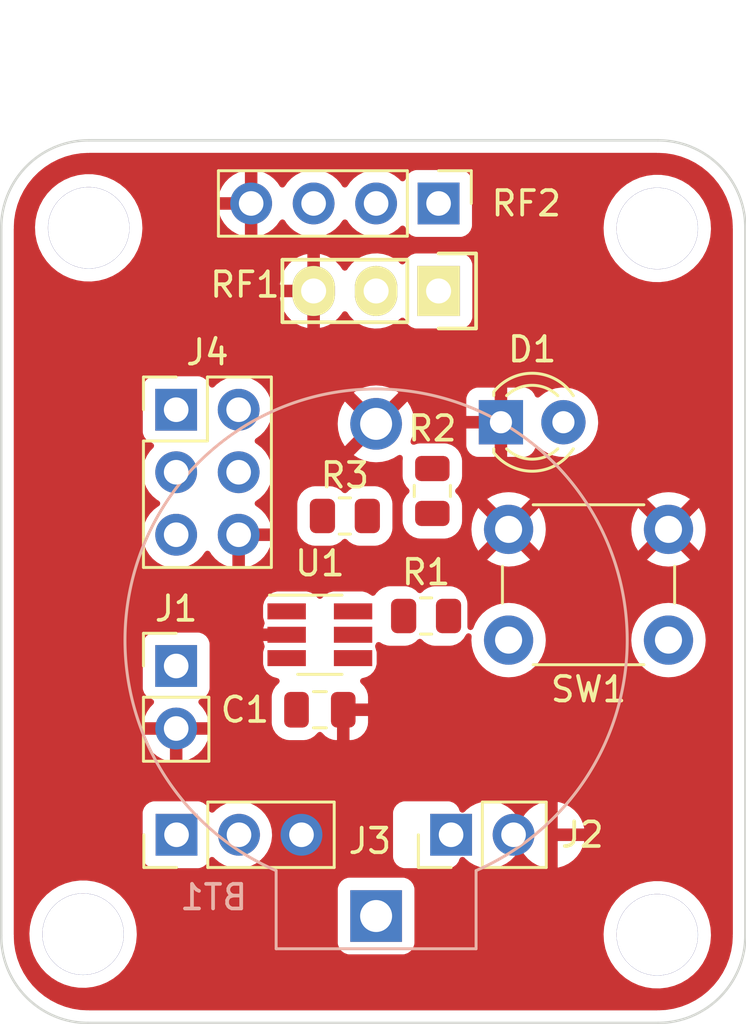
<source format=kicad_pcb>
(kicad_pcb (version 20211014) (generator pcbnew)
  (layers (0 "F.Cu" signal) (31 "B.Cu" signal) (34 "B.Paste" user) (35 "F.Paste" user) (36 "B.SilkS" user "B.Silkscreen") (37 "F.SilkS" user "F.Silkscreen") (38 "B.Mask" user) (39 "F.Mask" user) (44 "Edge.Cuts" user))
  (net 0 "")
  (net 1 "+3V3")
  (net 2 "GND")
  (net 3 "Net-(D1-Pad2)")
  (net 4 "Net-(J2-Pad1)")
  (net 5 "Net-(J2-Pad2)")
  (net 7 "Net-(J4-Pad3)")
  (net 8 "Net-(J4-Pad4)")
  (net 9 "Net-(J4-Pad5)")
  (footprint "Connector_PinHeader_2.54mm:PinHeader_1x02_P2.54mm_Vertical" (layer "F.Cu") (at 191.008 103.378 90)
    (property "Reference" "J1")
    (property "Value" "Conn_01x02")
    (fp_text reference "J2" (at 0 5.339 180) (layer "F.SilkS"))
    (fp_text value "Conn_01x02")
    (fp_line (start 1.33 1.27) (end 1.33 3.87) (layer "F.SilkS") (width 0.12))
    (fp_line (start -1.33 0) (end -1.33 -1.33) (layer "F.SilkS") (width 0.12))
    (fp_line (start -1.33 -1.33) (end 0 -1.33) (layer "F.SilkS") (width 0.12))
    (fp_line (start -1.33 1.27) (end -1.33 3.87) (layer "F.SilkS") (width 0.12))
    (fp_line (start -1.33 3.87) (end 1.33 3.87) (layer "F.SilkS") (width 0.12))
    (fp_line (start -1.33 1.27) (end 1.33 1.27) (layer "F.SilkS") (width 0.12))
    (pad "1" thru_hole rect (at 0 0 90) (size 1.7 1.7) (drill 1) (layers *.Cu *.Mask) (net 4 "Net-(J2-Pad1)"))
    (pad "2" thru_hole oval (at 0 2.54 90) (size 1.7 1.7) (drill 1) (layers *.Cu *.Mask) (net 5 "Net-(J2-Pad2)"))
  )
  (footprint "Resistor_SMD:R_0805_2012Metric" (layer "F.Cu") (at 189.992 94.488 180)
    (property "Reference" "R?")
    (property "Value" "4.7K")
    (fp_text reference "R1" (at 0 1.778) (layer "F.SilkS"))
    (fp_text value "4.7K")
    (fp_line (start -0.227064 0.735) (end 0.227064 0.735) (layer "F.SilkS") (width 0.12))
    (fp_line (start -0.227064 -0.735) (end 0.227064 -0.735) (layer "F.SilkS") (width 0.12))
    (pad "1" smd roundrect (at -0.9125 0 180) (size 1.025 1.4) (layers "F.Cu" "F.Paste" "F.Mask") (roundrect_rratio 0.243902) (net 5 "Net-(J2-Pad2)"))
    (pad "2" smd roundrect (at 0.9125 0 180) (size 1.025 1.4) (layers "F.Cu" "F.Paste" "F.Mask") (roundrect_rratio 0.243902) (net 1 "+3V3"))
  )
  (footprint "LED_THT:LED_D3.0mm" (layer "F.Cu") (at 193.035 86.614)
    (property "Reference" "D1")
    (property "Value" "SFH4346")
    (fp_text reference "D1" (at 1.27 -2.96) (layer "F.SilkS"))
    (fp_text value "1")
    (fp_line (start -0.29 1.08) (end -0.29 1.236) (layer "F.SilkS") (width 0.12))
    (fp_line (start -0.29 -1.236) (end -0.29 -1.08) (layer "F.SilkS") (width 0.12))
    (fp_arc (start -0.29 -1.235516) (mid 1.366487 -1.987659) (end 2.942335 -1.078608) (layer "F.SilkS") (width 0.12))
    (fp_arc (start 2.942335 1.078608) (mid 1.366487 1.987659) (end -0.29 1.235516) (layer "F.SilkS") (width 0.12))
    (fp_arc (start 0.229039 -1.08) (mid 1.270117 -1.5) (end 2.31113 -1.079837) (layer "F.SilkS") (width 0.12))
    (fp_arc (start 2.31113 1.079837) (mid 1.270117 1.5) (end 0.229039 1.08) (layer "F.SilkS") (width 0.12))
    (pad "1" thru_hole rect (at 0 0) (size 1.8 1.8) (drill 0.9) (layers *.Cu *.Mask) (net 2 "GND"))
    (pad "2" thru_hole circle (at 2.54 0) (size 1.8 1.8) (drill 0.9) (layers *.Cu *.Mask) (net 3 "Net-(D1-Pad2)"))
  )
  (footprint "Connector_PinHeader_2.54mm:PinHeader_2x03_P2.54mm_Vertical" (layer "F.Cu") (at 179.832 86.106)
    (property "Reference" "J?")
    (property "Value" "AVR-ISP-6")
    (fp_text reference "J4" (at 1.27 -2.33) (layer "F.SilkS"))
    (fp_text value "AVR-ISP-6")
    (fp_line (start -1.33 1.27) (end -1.33 6.41) (layer "F.SilkS") (width 0.12))
    (fp_line (start -1.33 -1.33) (end 0 -1.33) (layer "F.SilkS") (width 0.12))
    (fp_line (start -1.33 1.27) (end 1.27 1.27) (layer "F.SilkS") (width 0.12))
    (fp_line (start 3.87 -1.33) (end 3.87 6.41) (layer "F.SilkS") (width 0.12))
    (fp_line (start -1.33 6.41) (end 3.87 6.41) (layer "F.SilkS") (width 0.12))
    (fp_line (start 1.27 1.27) (end 1.27 -1.33) (layer "F.SilkS") (width 0.12))
    (fp_line (start 1.27 -1.33) (end 3.87 -1.33) (layer "F.SilkS") (width 0.12))
    (fp_line (start -1.33 0) (end -1.33 -1.33) (layer "F.SilkS") (width 0.12))
    (pad "1" thru_hole rect (at 0 0) (size 1.7 1.7) (drill 1) (layers *.Cu *.Mask))
    (pad "2" thru_hole oval (at 2.54 0) (size 1.7 1.7) (drill 1) (layers *.Cu *.Mask) (net 1 "+3V3"))
    (pad "3" thru_hole oval (at 0 2.54) (size 1.7 1.7) (drill 1) (layers *.Cu *.Mask) (net 7 "Net-(J4-Pad3)"))
    (pad "4" thru_hole oval (at 2.54 2.54) (size 1.7 1.7) (drill 1) (layers *.Cu *.Mask) (net 8 "Net-(J4-Pad4)"))
    (pad "5" thru_hole oval (at 0 5.08) (size 1.7 1.7) (drill 1) (layers *.Cu *.Mask) (net 9 "Net-(J4-Pad5)"))
    (pad "6" thru_hole oval (at 2.54 5.08) (size 1.7 1.7) (drill 1) (layers *.Cu *.Mask) (net 2 "GND"))
  )
  (footprint "Package_TO_SOT_SMD:SOT-23-6_Handsoldering" (layer "F.Cu") (at 185.674 95.25)
    (fp_text reference "U1" (at 0 -2.9) (layer "F.SilkS"))
    (fp_text value "ATtiny10-TS")
    (fp_line (start -0.9 1.61) (end 0.9 1.61) (layer "F.SilkS") (width 0.12))
    (fp_line (start 0.9 -1.61) (end -2.05 -1.61) (layer "F.SilkS") (width 0.12))
    (pad "1" smd rect (at -1.35 -0.95) (size 1.56 0.65) (layers "F.Cu" "F.Paste" "F.Mask") (net 8 "Net-(J4-Pad4)"))
    (pad "2" smd rect (at -1.35 0) (size 1.56 0.65) (layers "F.Cu" "F.Paste" "F.Mask") (net 2 "GND"))
    (pad "3" smd rect (at -1.35 0.95) (size 1.56 0.65) (layers "F.Cu" "F.Paste" "F.Mask") (net 7 "Net-(J4-Pad3)"))
    (pad "4" smd rect (at 1.35 0.95) (size 1.56 0.65) (layers "F.Cu" "F.Paste" "F.Mask") (net 4 "Net-(J2-Pad1)"))
    (pad "5" smd rect (at 1.35 0) (size 1.56 0.65) (layers "F.Cu" "F.Paste" "F.Mask") (net 1 "+3V3"))
    (pad "6" smd rect (at 1.35 -0.95) (size 1.56 0.65) (layers "F.Cu" "F.Paste" "F.Mask") (net 9 "Net-(J4-Pad5)"))
  )
  (footprint "Connector_PinHeader_2.54mm:PinHeader_1x03_P2.54mm_Vertical" (layer "F.Cu") (at 179.847 103.378 90)
    (fp_text reference "J3" (at -0.254 7.859 180) (layer "F.SilkS"))
    (fp_text value "Conn_01x03")
    (fp_line (start -1.33 1.27) (end 1.33 1.27) (layer "F.SilkS") (width 0.12))
    (fp_line (start -1.33 6.41) (end 1.33 6.41) (layer "F.SilkS") (width 0.12))
    (fp_line (start -1.33 0) (end -1.33 -1.33) (layer "F.SilkS") (width 0.12))
    (fp_line (start -1.33 1.27) (end -1.33 6.41) (layer "F.SilkS") (width 0.12))
    (fp_line (start 1.33 1.27) (end 1.33 6.41) (layer "F.SilkS") (width 0.12))
    (fp_line (start -1.33 -1.33) (end 0 -1.33) (layer "F.SilkS") (width 0.12))
    (pad "1" thru_hole rect (at 0 0 90) (size 1.7 1.7) (drill 1) (layers *.Cu *.Mask) (net 1 "+3V3"))
    (pad "2" thru_hole oval (at 0 2.54 90) (size 1.7 1.7) (drill 1) (layers *.Cu *.Mask) (net 4 "Net-(J2-Pad1)"))
    (pad "3" thru_hole oval (at 0 5.08 90) (size 1.7 1.7) (drill 1) (layers *.Cu *.Mask) (net 2 "GND"))
  )
  (footprint "Resistor_SMD:R_0805_2012Metric" (layer "F.Cu") (at 186.69 90.424)
    (property "Reference" "R?")
    (property "Value" "4.7K")
    (fp_text reference "R3" (at 0 -1.65) (layer "F.SilkS"))
    (fp_text value "4.7K")
    (fp_line (start -0.227064 -0.735) (end 0.227064 -0.735) (layer "F.SilkS") (width 0.12))
    (fp_line (start -0.227064 0.735) (end 0.227064 0.735) (layer "F.SilkS") (width 0.12))
    (pad "1" smd roundrect (at -0.9125 0) (size 1.025 1.4) (layers "F.Cu" "F.Paste" "F.Mask") (roundrect_rratio 0.243902) (net 9 "Net-(J4-Pad5)"))
    (pad "2" smd roundrect (at 0.9125 0) (size 1.025 1.4) (layers "F.Cu" "F.Paste" "F.Mask") (roundrect_rratio 0.243902) (net 1 "+3V3"))
  )
  (footprint "Connector_PinHeader_2.54mm:PinHeader_1x02_P2.54mm_Vertical" (layer "F.Cu") (at 179.832 96.52)
    (property "Reference" "J1")
    (property "Value" "Conn_01x02")
    (fp_text reference "J1" (at 0 -2.33) (layer "F.SilkS"))
    (fp_text value "Conn_01x02")
    (fp_line (start 1.33 1.27) (end 1.33 3.87) (layer "F.SilkS") (width 0.12))
    (fp_line (start -1.33 -1.33) (end 0 -1.33) (layer "F.SilkS") (width 0.12))
    (fp_line (start -1.33 0) (end -1.33 -1.33) (layer "F.SilkS") (width 0.12))
    (fp_line (start -1.33 1.27) (end -1.33 3.87) (layer "F.SilkS") (width 0.12))
    (fp_line (start -1.33 1.27) (end 1.33 1.27) (layer "F.SilkS") (width 0.12))
    (fp_line (start -1.33 3.87) (end 1.33 3.87) (layer "F.SilkS") (width 0.12))
    (pad "1" thru_hole rect (at 0 0) (size 1.7 1.7) (drill 1) (layers *.Cu *.Mask) (net 1 "+3V3"))
    (pad "2" thru_hole oval (at 0 2.54) (size 1.7 1.7) (drill 1) (layers *.Cu *.Mask) (net 2 "GND"))
  )
  (footprint "Capacitor_SMD:C_0805_2012Metric" (layer "F.Cu") (at 185.674 98.298)
    (fp_text reference "C1" (at -3.048 0) (layer "F.SilkS"))
    (fp_text value "100n")
    (fp_line (start -0.261252 0.735) (end 0.261252 0.735) (layer "F.SilkS") (width 0.12))
    (fp_line (start -0.261252 -0.735) (end 0.261252 -0.735) (layer "F.SilkS") (width 0.12))
    (pad "1" smd roundrect (at -0.95 0) (size 1 1.45) (layers "F.Cu" "F.Paste" "F.Mask") (net 1 "+3V3"))
    (pad "2" smd roundrect (at 0.95 0) (size 1 1.45) (layers "F.Cu" "F.Paste" "F.Mask") (net 2 "GND"))
  )
  (footprint "Resistor_SMD:R_0805_2012Metric" (layer "F.Cu") (at 190.246 89.408 -90)
    (property "Reference" "R?")
    (property "Value" "4.7K")
    (fp_text reference "R2" (at -2.54 0 180) (layer "F.SilkS"))
    (fp_text value "1K")
    (fp_line (start -0.227064 0.735) (end 0.227064 0.735) (layer "F.SilkS") (width 0.12))
    (fp_line (start -0.227064 -0.735) (end 0.227064 -0.735) (layer "F.SilkS") (width 0.12))
    (pad "1" smd roundrect (at -0.9125 0 270) (size 1.025 1.4) (layers "F.Cu" "F.Paste" "F.Mask") (roundrect_rratio 0.243902) (net 3 "Net-(D1-Pad2)"))
    (pad "2" smd roundrect (at 0.9125 0 270) (size 1.025 1.4) (layers "F.Cu" "F.Paste" "F.Mask") (roundrect_rratio 0.243902) (net 7 "Net-(J4-Pad3)"))
  )
  (footprint "Sensors:RF_Transmitter_433_MHz" (layer "F.Cu") (at 187.96 81.28 180)
    (fp_text reference "RF1" (at 5.334 0.254) (layer "F.SilkS"))
    (fp_text value "RF_Transmitter_433_MHz")
    (fp_line (start -1.27 -1.27) (end 3.81 -1.27) (layer "F.SilkS") (width 0.15))
    (fp_line (start -4.064 -1.524) (end -4.064 1.524) (layer "F.SilkS") (width 0.15))
    (fp_line (start -2.54 -1.524) (end -4.064 -1.524) (layer "F.SilkS") (width 0.15))
    (fp_line (start -4.064 1.524) (end -2.54 1.524) (layer "F.SilkS") (width 0.15))
    (fp_line (start 3.81 1.27) (end -1.27 1.27) (layer "F.SilkS") (width 0.15))
    (fp_line (start 3.81 -1.27) (end 3.81 1.27) (layer "F.SilkS") (width 0.15))
    (fp_line (start -1.27 1.27) (end -1.27 -1.27) (layer "F.SilkS") (width 0.15))
    (pad "1" thru_hole rect locked (at -2.54 0 270) (size 2.032 1.7272) (drill 1.016) (layers *.Cu *.Mask "F.SilkS") (net 8 "Net-(J4-Pad4)"))
    (pad "2" thru_hole oval locked (at 0 0 270) (size 2.032 1.7272) (drill 1.016) (layers *.Cu *.Mask "F.SilkS") (net 1 "+3V3"))
    (pad "3" thru_hole oval locked (at 2.54 0 270) (size 2.032 1.7272) (drill 1.016) (layers *.Cu *.Mask "F.SilkS") (net 2 "GND"))
  )
  (footprint "Button_Switch_THT:SW_PUSH_6mm_H4.3mm" (layer "F.Cu") (at 199.846 95.468 180)
    (fp_text reference "SW1" (at 3.25 -2) (layer "F.SilkS"))
    (fp_text value "SW_Push_Dual_x2")
    (fp_line (start 6.75 3) (end 6.75 1.5) (layer "F.SilkS") (width 0.12))
    (fp_line (start -0.25 1.5) (end -0.25 3) (layer "F.SilkS") (width 0.12))
    (fp_line (start 1 5.5) (end 5.5 5.5) (layer "F.SilkS") (width 0.12))
    (fp_line (start 5.5 -1) (end 1 -1) (layer "F.SilkS") (width 0.12))
    (pad "1" thru_hole circle (at 6.5 0 270) (size 2 2) (drill 1.1) (layers *.Cu *.Mask) (net 4 "Net-(J2-Pad1)"))
    (pad "1" thru_hole circle (at 0 0 270) (size 2 2) (drill 1.1) (layers *.Cu *.Mask) (net 4 "Net-(J2-Pad1)"))
    (pad "2" thru_hole circle (at 6.5 4.5 270) (size 2 2) (drill 1.1) (layers *.Cu *.Mask) (net 2 "GND"))
    (pad "2" thru_hole circle (at 0 4.5 270) (size 2 2) (drill 1.1) (layers *.Cu *.Mask) (net 2 "GND"))
  )
  (footprint "Connector_PinHeader_2.54mm:PinHeader_1x04_P2.54mm_Vertical" (layer "F.Cu") (at 190.5 77.724 -90)
    (fp_text reference "RF2" (at 0 -3.566 180) (layer "F.SilkS"))
    (fp_text value "RF_Receiver_433_MHz")
    (fp_line (start -1.33 0) (end -1.33 -1.33) (layer "F.SilkS") (width 0.12))
    (fp_line (start -1.33 8.95) (end 1.33 8.95) (layer "F.SilkS") (width 0.12))
    (fp_line (start -1.33 1.27) (end 1.33 1.27) (layer "F.SilkS") (width 0.12))
    (fp_line (start -1.33 1.27) (end -1.33 8.95) (layer "F.SilkS") (width 0.12))
    (fp_line (start 1.33 1.27) (end 1.33 8.95) (layer "F.SilkS") (width 0.12))
    (fp_line (start -1.33 -1.33) (end 0 -1.33) (layer "F.SilkS") (width 0.12))
    (pad "1" thru_hole rect (at 0 0 270) (size 1.7 1.7) (drill 1) (layers *.Cu *.Mask) (net 1 "+3V3"))
    (pad "2" thru_hole oval (at 0 2.54 270) (size 1.7 1.7) (drill 1) (layers *.Cu *.Mask) (net 8 "Net-(J4-Pad4)"))
    (pad "3" thru_hole oval (at 0 5.08 270) (size 1.7 1.7) (drill 1) (layers *.Cu *.Mask))
    (pad "4" thru_hole oval (at 0 7.62 270) (size 1.7 1.7) (drill 1) (layers *.Cu *.Mask) (net 2 "GND"))
  )
  (footprint "Battery:BatteryHolder_ComfortableElectronic_CH273-2450_1x2450" (layer "B.Cu") (at 187.96 106.68 90)
    (property "Reference" "BT?")
    (property "Value" "Battery_Cell")
    (fp_text reference "BT1" (at 0.762 -6.604) (layer "B.SilkS") (effects (justify mirror)))
    (fp_text value "Battery_Cell")
    (fp_line (start -1.33 4.064) (end 1.845 4.064) (layer "B.SilkS") (width 0.12))
    (fp_line (start -1.33 -4.064) (end -1.33 4.064) (layer "B.SilkS") (width 0.12))
    (fp_line (start 1.845 -4.064) (end -1.33 -4.064) (layer "B.SilkS") (width 0.12))
    (fp_arc (start 1.845 -4.064) (mid 21.418641 0) (end 1.845 4.064) (layer "B.SilkS") (width 0.12))
    (pad "1" thru_hole rect (at 0 0 180) (size 2.1 2.1) (drill 1.3) (layers *.Cu *.Mask) (net 1 "+3V3"))
    (pad "2" thru_hole circle (at 20 0 180) (size 2.1 2.1) (drill 1.3) (layers *.Cu *.Mask) (net 2 "GND"))
  )
  (gr_line (start 202.971528 78.714472) (end 202.971528 107.467528) (layer "Edge.Cuts") (width 0.1))
  (gr_arc (start 202.971528 107.467528) (mid 201.93 109.982) (end 199.415528 111.023528) (layer "Edge.Cuts") (width 0.1))
  (gr_arc (start 172.72 78.71447) (mid 173.761528 76.199998) (end 176.276 75.15847) (layer "Edge.Cuts") (width 0.1))
  (gr_line (start 199.415528 111.023528) (end 176.250472 111.023528) (layer "Edge.Cuts") (width 0.1))
  (gr_line (start 172.72 107.467528) (end 172.72 78.71447) (layer "Edge.Cuts") (width 0.1))
  (gr_arc (start 176.250472 111.023528) (mid 173.745009 109.980441) (end 172.72 107.467528) (layer "Edge.Cuts") (width 0.1))
  (gr_arc (start 199.415528 75.158472) (mid 201.93 76.2) (end 202.971528 78.714472) (layer "Edge.Cuts") (width 0.1))
  (gr_line (start 199.415528 75.158472) (end 176.276 75.15847) (layer "Edge.Cuts") (width 0.1))
  (via (at 199.39 78.74) (size 3.31) (drill 3.3) (layers "F.Cu" "B.Cu") (net 0))
  (via (at 176.276 78.71447) (size 3.31) (drill 3.3) (layers "F.Cu" "B.Cu") (net 0))
  (via (at 199.39 107.442) (size 3.31) (drill 3.3) (layers "F.Cu" "B.Cu") (net 0))
  (via (at 176.047528 107.416472) (size 3.31) (drill 3.3) (layers "F.Cu" "B.Cu") (net 0))
  (zone (net 2) (net_name "GND") (layer "F.Cu") (connect_pads (clearance 0.508)) (min_thickness 0.254) (fill yes (thermal_gap 0.508) (thermal_bridge_width 0.508))
    (polygon (pts (xy 202.946 110.998) (xy 172.72 110.998) (xy 172.72 75.184) (xy 202.946 75.184)))
  )
)
</source>
